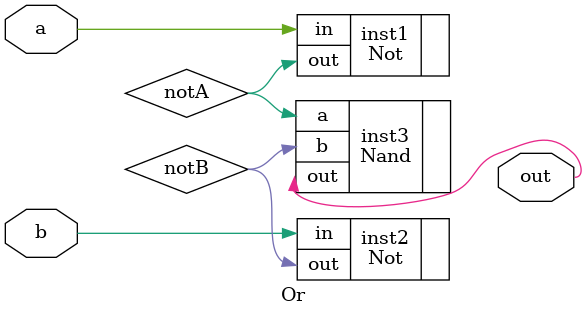
<source format=v>
module Or (
    input a,
    input b,
    output out
);
    wire notA, notB;

    Not  inst1 (.in(a), .out(notA));
    Not  inst2 (.in(b), .out(notB));
    Nand inst3 (.a(notA), .b(notB), .out(out));
endmodule
</source>
